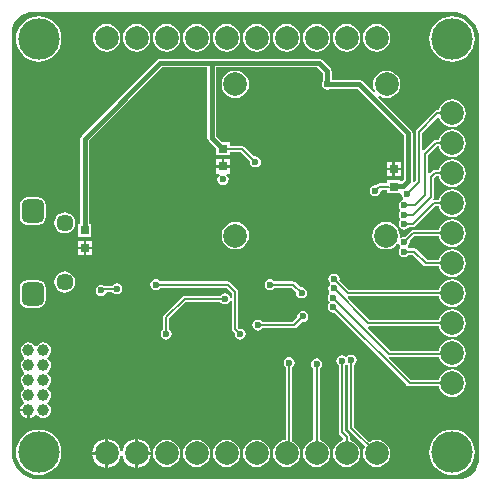
<source format=gbl>
G04*
G04 #@! TF.GenerationSoftware,Altium Limited,Altium Designer,19.1.6 (110)*
G04*
G04 Layer_Physical_Order=2*
G04 Layer_Color=16711680*
%FSLAX25Y25*%
%MOIN*%
G70*
G01*
G75*
%ADD12C,0.00787*%
%ADD39R,0.03150X0.03150*%
%ADD48C,0.01575*%
G04:AMPARAMS|DCode=50|XSize=78.74mil|YSize=74.8mil|CornerRadius=18.7mil|HoleSize=0mil|Usage=FLASHONLY|Rotation=270.000|XOffset=0mil|YOffset=0mil|HoleType=Round|Shape=RoundedRectangle|*
%AMROUNDEDRECTD50*
21,1,0.07874,0.03740,0,0,270.0*
21,1,0.04134,0.07480,0,0,270.0*
1,1,0.03740,-0.01870,-0.02067*
1,1,0.03740,-0.01870,0.02067*
1,1,0.03740,0.01870,0.02067*
1,1,0.03740,0.01870,-0.02067*
%
%ADD50ROUNDEDRECTD50*%
%ADD51C,0.05709*%
%ADD52C,0.07874*%
%ADD53C,0.13780*%
%ADD54C,0.03937*%
%ADD55C,0.02362*%
G36*
X149395Y156474D02*
X151085Y155961D01*
X152643Y155129D01*
X154008Y154008D01*
X155129Y152643D01*
X155961Y151085D01*
X156474Y149395D01*
X156644Y147670D01*
X156637Y147638D01*
Y8370D01*
X156637Y7874D01*
X156590Y7397D01*
X156502Y6502D01*
X156102Y5183D01*
X155452Y3968D01*
X154578Y2902D01*
X153513Y2028D01*
X152297Y1378D01*
X150978Y978D01*
X149607Y843D01*
X149606Y843D01*
X9843D01*
X9810Y837D01*
X8085Y1006D01*
X6395Y1519D01*
X4837Y2352D01*
X3472Y3472D01*
X2352Y4837D01*
X1519Y6395D01*
X1006Y8085D01*
X837Y9810D01*
X843Y9843D01*
X843Y149606D01*
X843Y149607D01*
X978Y150978D01*
X1378Y152297D01*
X2028Y153513D01*
X2902Y154578D01*
X3968Y155452D01*
X5183Y156102D01*
X6502Y156502D01*
X7390Y156590D01*
X7874Y156637D01*
X7874Y156637D01*
X8367Y156637D01*
X147638D01*
X147670Y156644D01*
X149395Y156474D01*
D02*
G37*
%LPC*%
G36*
X122461Y152638D02*
X121268Y152481D01*
X120158Y152021D01*
X119203Y151289D01*
X118471Y150335D01*
X118011Y149224D01*
X117854Y148031D01*
X118011Y146839D01*
X118471Y145728D01*
X119203Y144774D01*
X120158Y144042D01*
X121268Y143582D01*
X122461Y143425D01*
X123653Y143582D01*
X124764Y144042D01*
X125718Y144774D01*
X126450Y145728D01*
X126910Y146839D01*
X127067Y148031D01*
X126910Y149224D01*
X126450Y150335D01*
X125718Y151289D01*
X124764Y152021D01*
X123653Y152481D01*
X122461Y152638D01*
D02*
G37*
G36*
X112461D02*
X111268Y152481D01*
X110158Y152021D01*
X109204Y151289D01*
X108471Y150335D01*
X108011Y149224D01*
X107854Y148031D01*
X108011Y146839D01*
X108471Y145728D01*
X109204Y144774D01*
X110158Y144042D01*
X111268Y143582D01*
X112461Y143425D01*
X113653Y143582D01*
X114764Y144042D01*
X115718Y144774D01*
X116450Y145728D01*
X116910Y146839D01*
X117067Y148031D01*
X116910Y149224D01*
X116450Y150335D01*
X115718Y151289D01*
X114764Y152021D01*
X113653Y152481D01*
X112461Y152638D01*
D02*
G37*
G36*
X102461D02*
X101268Y152481D01*
X100157Y152021D01*
X99203Y151289D01*
X98471Y150335D01*
X98011Y149224D01*
X97854Y148031D01*
X98011Y146839D01*
X98471Y145728D01*
X99203Y144774D01*
X100157Y144042D01*
X101268Y143582D01*
X102461Y143425D01*
X103653Y143582D01*
X104764Y144042D01*
X105718Y144774D01*
X106450Y145728D01*
X106910Y146839D01*
X107067Y148031D01*
X106910Y149224D01*
X106450Y150335D01*
X105718Y151289D01*
X104764Y152021D01*
X103653Y152481D01*
X102461Y152638D01*
D02*
G37*
G36*
X92461D02*
X91268Y152481D01*
X90158Y152021D01*
X89204Y151289D01*
X88471Y150335D01*
X88011Y149224D01*
X87854Y148031D01*
X88011Y146839D01*
X88471Y145728D01*
X89204Y144774D01*
X90158Y144042D01*
X91268Y143582D01*
X92461Y143425D01*
X93653Y143582D01*
X94764Y144042D01*
X95718Y144774D01*
X96450Y145728D01*
X96910Y146839D01*
X97067Y148031D01*
X96910Y149224D01*
X96450Y150335D01*
X95718Y151289D01*
X94764Y152021D01*
X93653Y152481D01*
X92461Y152638D01*
D02*
G37*
G36*
X82461D02*
X81268Y152481D01*
X80158Y152021D01*
X79203Y151289D01*
X78471Y150335D01*
X78011Y149224D01*
X77854Y148031D01*
X78011Y146839D01*
X78471Y145728D01*
X79203Y144774D01*
X80158Y144042D01*
X81268Y143582D01*
X82461Y143425D01*
X83653Y143582D01*
X84764Y144042D01*
X85718Y144774D01*
X86450Y145728D01*
X86910Y146839D01*
X87067Y148031D01*
X86910Y149224D01*
X86450Y150335D01*
X85718Y151289D01*
X84764Y152021D01*
X83653Y152481D01*
X82461Y152638D01*
D02*
G37*
G36*
X72461D02*
X71268Y152481D01*
X70157Y152021D01*
X69204Y151289D01*
X68471Y150335D01*
X68011Y149224D01*
X67854Y148031D01*
X68011Y146839D01*
X68471Y145728D01*
X69204Y144774D01*
X70157Y144042D01*
X71268Y143582D01*
X72461Y143425D01*
X73653Y143582D01*
X74764Y144042D01*
X75718Y144774D01*
X76450Y145728D01*
X76910Y146839D01*
X77067Y148031D01*
X76910Y149224D01*
X76450Y150335D01*
X75718Y151289D01*
X74764Y152021D01*
X73653Y152481D01*
X72461Y152638D01*
D02*
G37*
G36*
X62461D02*
X61268Y152481D01*
X60158Y152021D01*
X59203Y151289D01*
X58471Y150335D01*
X58011Y149224D01*
X57854Y148031D01*
X58011Y146839D01*
X58471Y145728D01*
X59203Y144774D01*
X60158Y144042D01*
X61268Y143582D01*
X62461Y143425D01*
X63653Y143582D01*
X64764Y144042D01*
X65718Y144774D01*
X66450Y145728D01*
X66910Y146839D01*
X67067Y148031D01*
X66910Y149224D01*
X66450Y150335D01*
X65718Y151289D01*
X64764Y152021D01*
X63653Y152481D01*
X62461Y152638D01*
D02*
G37*
G36*
X52461D02*
X51268Y152481D01*
X50157Y152021D01*
X49204Y151289D01*
X48471Y150335D01*
X48011Y149224D01*
X47854Y148031D01*
X48011Y146839D01*
X48471Y145728D01*
X49204Y144774D01*
X50157Y144042D01*
X51268Y143582D01*
X52461Y143425D01*
X53653Y143582D01*
X54764Y144042D01*
X55718Y144774D01*
X56450Y145728D01*
X56910Y146839D01*
X57067Y148031D01*
X56910Y149224D01*
X56450Y150335D01*
X55718Y151289D01*
X54764Y152021D01*
X53653Y152481D01*
X52461Y152638D01*
D02*
G37*
G36*
X42461D02*
X41268Y152481D01*
X40157Y152021D01*
X39204Y151289D01*
X38471Y150335D01*
X38011Y149224D01*
X37854Y148031D01*
X38011Y146839D01*
X38471Y145728D01*
X39204Y144774D01*
X40157Y144042D01*
X41268Y143582D01*
X42461Y143425D01*
X43653Y143582D01*
X44764Y144042D01*
X45718Y144774D01*
X46450Y145728D01*
X46910Y146839D01*
X47067Y148031D01*
X46910Y149224D01*
X46450Y150335D01*
X45718Y151289D01*
X44764Y152021D01*
X43653Y152481D01*
X42461Y152638D01*
D02*
G37*
G36*
X32461D02*
X31268Y152481D01*
X30158Y152021D01*
X29204Y151289D01*
X28471Y150335D01*
X28011Y149224D01*
X27854Y148031D01*
X28011Y146839D01*
X28471Y145728D01*
X29204Y144774D01*
X30158Y144042D01*
X31268Y143582D01*
X32461Y143425D01*
X33653Y143582D01*
X34764Y144042D01*
X35718Y144774D01*
X36450Y145728D01*
X36910Y146839D01*
X37067Y148031D01*
X36910Y149224D01*
X36450Y150335D01*
X35718Y151289D01*
X34764Y152021D01*
X33653Y152481D01*
X32461Y152638D01*
D02*
G37*
G36*
X147638Y155194D02*
X146164Y155049D01*
X144746Y154619D01*
X143440Y153920D01*
X142295Y152981D01*
X141355Y151836D01*
X140657Y150529D01*
X140227Y149112D01*
X140082Y147638D01*
X140227Y146164D01*
X140657Y144746D01*
X141355Y143440D01*
X142295Y142295D01*
X143440Y141355D01*
X144746Y140657D01*
X146164Y140227D01*
X147638Y140082D01*
X149112Y140227D01*
X150529Y140657D01*
X151836Y141355D01*
X152981Y142295D01*
X153920Y143440D01*
X154619Y144746D01*
X155049Y146164D01*
X155194Y147638D01*
X155049Y149112D01*
X154619Y150529D01*
X153920Y151836D01*
X152981Y152981D01*
X151836Y153920D01*
X150529Y154619D01*
X149112Y155049D01*
X147638Y155194D01*
D02*
G37*
G36*
X9843D02*
X8368Y155049D01*
X6951Y154619D01*
X5645Y153920D01*
X4500Y152981D01*
X3560Y151836D01*
X2862Y150529D01*
X2432Y149112D01*
X2286Y147638D01*
X2432Y146164D01*
X2862Y144746D01*
X3560Y143440D01*
X4500Y142295D01*
X5645Y141355D01*
X6951Y140657D01*
X8368Y140227D01*
X9843Y140082D01*
X11317Y140227D01*
X12734Y140657D01*
X14040Y141355D01*
X15186Y142295D01*
X16125Y143440D01*
X16823Y144746D01*
X17253Y146164D01*
X17399Y147638D01*
X17253Y149112D01*
X16823Y150529D01*
X16125Y151836D01*
X15186Y152981D01*
X14040Y153920D01*
X12734Y154619D01*
X11317Y155049D01*
X9843Y155194D01*
D02*
G37*
G36*
X103347Y141012D02*
X50394D01*
X49841Y140902D01*
X49372Y140589D01*
X24175Y115392D01*
X23862Y114923D01*
X23752Y114370D01*
Y86063D01*
X22992D01*
Y81653D01*
X27402D01*
Y86063D01*
X26642D01*
Y113771D01*
X50992Y138122D01*
X66075D01*
Y114764D01*
X66185Y114211D01*
X66498Y113742D01*
X69055Y111185D01*
Y108819D01*
X73465D01*
Y109980D01*
X77127D01*
X80269Y106838D01*
X80240Y106693D01*
X80381Y105986D01*
X80781Y105387D01*
X81380Y104987D01*
X82087Y104846D01*
X82793Y104987D01*
X83392Y105387D01*
X83793Y105986D01*
X83933Y106693D01*
X83793Y107399D01*
X83392Y107999D01*
X82793Y108399D01*
X82087Y108539D01*
X81613Y108445D01*
X78297Y111762D01*
X77959Y111988D01*
X77559Y112067D01*
X77559Y112067D01*
X73465D01*
Y113228D01*
X71099D01*
X68965Y115362D01*
Y138122D01*
X102748D01*
X104657Y136212D01*
Y133577D01*
X104396Y133187D01*
X104256Y132480D01*
X104396Y131774D01*
X104797Y131175D01*
X105396Y130774D01*
X106102Y130634D01*
X106809Y130774D01*
X107199Y131035D01*
X116134D01*
X131626Y115543D01*
Y100992D01*
X130854Y100221D01*
X130354Y100428D01*
Y100630D01*
X125945D01*
Y99469D01*
X123425D01*
X123425Y99469D01*
X123026Y99389D01*
X122687Y99163D01*
X122356Y98832D01*
X122047Y98894D01*
X121340Y98753D01*
X120741Y98353D01*
X120341Y97754D01*
X120201Y97047D01*
X120341Y96340D01*
X120741Y95741D01*
X121340Y95341D01*
X122047Y95201D01*
X122754Y95341D01*
X123353Y95741D01*
X123753Y96340D01*
X123893Y97047D01*
X124337Y97382D01*
X125945D01*
Y96220D01*
X130194D01*
X130596Y95897D01*
X130639Y95838D01*
X130774Y95160D01*
X131175Y94560D01*
X131384Y94421D01*
X131278Y93890D01*
X130986Y93832D01*
X130387Y93432D01*
X129987Y92833D01*
X129846Y92126D01*
X129987Y91419D01*
X130358Y90864D01*
X130416Y90701D01*
Y90301D01*
X130387Y90282D01*
X129987Y89683D01*
X129846Y88976D01*
X129987Y88270D01*
X130387Y87670D01*
X130416Y87651D01*
Y87151D01*
X130387Y87132D01*
X129987Y86533D01*
X129846Y85827D01*
X129987Y85120D01*
X130387Y84521D01*
X130986Y84121D01*
X131693Y83980D01*
X132399Y84121D01*
X132998Y84521D01*
X133173Y84783D01*
X134645D01*
X134645Y84783D01*
X135045Y84862D01*
X135383Y85089D01*
X142086Y91791D01*
X143169D01*
X143188Y91642D01*
X143649Y90531D01*
X144381Y89578D01*
X145335Y88845D01*
X146446Y88385D01*
X147638Y88228D01*
X148830Y88385D01*
X149941Y88845D01*
X150895Y89578D01*
X151627Y90531D01*
X152087Y91642D01*
X152244Y92835D01*
X152087Y94027D01*
X151627Y95138D01*
X150895Y96092D01*
X149941Y96824D01*
X148830Y97284D01*
X147638Y97441D01*
X146446Y97284D01*
X145335Y96824D01*
X144381Y96092D01*
X143649Y95138D01*
X143188Y94027D01*
X143169Y93878D01*
X141713D01*
X141581Y94024D01*
X141421Y94342D01*
X141515Y94482D01*
X141595Y94882D01*
X141595Y94882D01*
Y101143D01*
X142243Y101791D01*
X143169D01*
X143188Y101642D01*
X143649Y100531D01*
X144381Y99577D01*
X145335Y98845D01*
X146446Y98385D01*
X147638Y98228D01*
X148830Y98385D01*
X149941Y98845D01*
X150895Y99577D01*
X151627Y100531D01*
X152087Y101642D01*
X152244Y102835D01*
X152087Y104027D01*
X151627Y105138D01*
X150895Y106092D01*
X149941Y106824D01*
X148830Y107284D01*
X147638Y107441D01*
X146446Y107284D01*
X145335Y106824D01*
X144381Y106092D01*
X143649Y105138D01*
X143188Y104027D01*
X143169Y103878D01*
X141811D01*
X141412Y103799D01*
X141073Y103573D01*
X141073Y103573D01*
X140126Y102626D01*
X139626Y102833D01*
Y108820D01*
X142598Y111791D01*
X143169D01*
X143188Y111642D01*
X143649Y110531D01*
X144381Y109578D01*
X145335Y108845D01*
X146446Y108385D01*
X147638Y108228D01*
X148830Y108385D01*
X149941Y108845D01*
X150895Y109578D01*
X151627Y110531D01*
X152087Y111642D01*
X152244Y112835D01*
X152087Y114027D01*
X151627Y115138D01*
X150895Y116092D01*
X149941Y116824D01*
X148830Y117284D01*
X147638Y117441D01*
X146446Y117284D01*
X145335Y116824D01*
X144381Y116092D01*
X143649Y115138D01*
X143188Y114027D01*
X143169Y113878D01*
X142165D01*
X141766Y113799D01*
X141427Y113573D01*
X141427Y113573D01*
X138197Y110343D01*
X137697Y110550D01*
Y115120D01*
X137697Y115120D01*
X137658Y115318D01*
Y116300D01*
X142751Y121393D01*
X143340Y121275D01*
X143649Y120531D01*
X144381Y119578D01*
X145335Y118845D01*
X146446Y118385D01*
X147638Y118228D01*
X148830Y118385D01*
X149941Y118845D01*
X150895Y119578D01*
X151627Y120531D01*
X152087Y121642D01*
X152244Y122835D01*
X152087Y124027D01*
X151627Y125138D01*
X150895Y126092D01*
X149941Y126824D01*
X148830Y127284D01*
X147638Y127441D01*
X146446Y127284D01*
X145335Y126824D01*
X144381Y126092D01*
X143649Y125138D01*
X143188Y124027D01*
X143169Y123878D01*
X142717D01*
X142317Y123799D01*
X141979Y123573D01*
X141979Y123573D01*
X135876Y117470D01*
X135650Y117132D01*
X135571Y116732D01*
X135571Y116732D01*
Y115160D01*
X135571Y115160D01*
X135610Y114962D01*
Y100472D01*
X134900Y99762D01*
X134439Y100008D01*
X134516Y100394D01*
Y116142D01*
X134406Y116695D01*
X134093Y117164D01*
X123102Y128154D01*
X123433Y128531D01*
X123484Y128491D01*
X124595Y128031D01*
X125787Y127874D01*
X126980Y128031D01*
X128091Y128491D01*
X129045Y129223D01*
X129777Y130177D01*
X130237Y131288D01*
X130394Y132480D01*
X130237Y133672D01*
X129777Y134783D01*
X129045Y135738D01*
X128091Y136469D01*
X126980Y136930D01*
X125787Y137087D01*
X124595Y136930D01*
X123484Y136469D01*
X122530Y135738D01*
X121798Y134783D01*
X121338Y133672D01*
X121181Y132480D01*
X121338Y131288D01*
X121798Y130177D01*
X121838Y130126D01*
X121461Y129795D01*
X117754Y133502D01*
X117285Y133815D01*
X116732Y133925D01*
X107547D01*
Y136811D01*
X107437Y137364D01*
X107124Y137833D01*
X104368Y140589D01*
X103900Y140902D01*
X103347Y141012D01*
D02*
G37*
G36*
X75394Y137087D02*
X74202Y136930D01*
X73090Y136469D01*
X72136Y135738D01*
X71404Y134783D01*
X70944Y133672D01*
X70787Y132480D01*
X70944Y131288D01*
X71404Y130177D01*
X72136Y129223D01*
X73090Y128491D01*
X74202Y128031D01*
X75394Y127874D01*
X76586Y128031D01*
X77697Y128491D01*
X78651Y129223D01*
X79383Y130177D01*
X79843Y131288D01*
X80000Y132480D01*
X79843Y133672D01*
X79383Y134783D01*
X78651Y135738D01*
X77697Y136469D01*
X76586Y136930D01*
X75394Y137087D01*
D02*
G37*
G36*
X73622Y107480D02*
X71653D01*
Y105512D01*
X73622D01*
Y107480D01*
D02*
G37*
G36*
X70866D02*
X68898D01*
Y105512D01*
X70866D01*
Y107480D01*
D02*
G37*
G36*
X130512Y106693D02*
X128543D01*
Y104724D01*
X130512D01*
Y106693D01*
D02*
G37*
G36*
X127756D02*
X125787D01*
Y104724D01*
X127756D01*
Y106693D01*
D02*
G37*
G36*
X130512Y103937D02*
X128543D01*
Y101969D01*
X130512D01*
Y103937D01*
D02*
G37*
G36*
X127756D02*
X125787D01*
Y101969D01*
X127756D01*
Y103937D01*
D02*
G37*
G36*
X73622Y104724D02*
X71260D01*
X68898D01*
Y102756D01*
X70046D01*
X70198Y102256D01*
X69954Y102093D01*
X69554Y101494D01*
X69413Y100787D01*
X69554Y100081D01*
X69954Y99482D01*
X70553Y99081D01*
X71260Y98941D01*
X71966Y99081D01*
X72566Y99482D01*
X72966Y100081D01*
X73106Y100787D01*
X72966Y101494D01*
X72566Y102093D01*
X72322Y102256D01*
X72474Y102756D01*
X73622D01*
Y104724D01*
D02*
G37*
G36*
X9744Y94842D02*
X6004D01*
X5029Y94648D01*
X4202Y94095D01*
X3649Y93268D01*
X3455Y92293D01*
Y88159D01*
X3649Y87183D01*
X4202Y86356D01*
X5029Y85804D01*
X6004Y85610D01*
X9744D01*
X10719Y85804D01*
X11547Y86356D01*
X12099Y87183D01*
X12293Y88159D01*
Y92293D01*
X12099Y93268D01*
X11547Y94095D01*
X10719Y94648D01*
X9744Y94842D01*
D02*
G37*
G36*
X147638Y87441D02*
X146446Y87284D01*
X145335Y86824D01*
X144381Y86092D01*
X143649Y85138D01*
X143188Y84027D01*
X143169Y83878D01*
X134606D01*
X134606Y83878D01*
X134207Y83799D01*
X133868Y83573D01*
X133868Y83573D01*
X132002Y81706D01*
X131693Y81768D01*
X130986Y81627D01*
X130607Y81374D01*
X130141Y81664D01*
X130197Y82087D01*
X130040Y83279D01*
X129580Y84390D01*
X128848Y85344D01*
X127894Y86076D01*
X126783Y86536D01*
X125591Y86693D01*
X124398Y86536D01*
X123287Y86076D01*
X122333Y85344D01*
X121601Y84390D01*
X121141Y83279D01*
X120984Y82087D01*
X121141Y80894D01*
X121601Y79783D01*
X122333Y78829D01*
X123287Y78097D01*
X124398Y77637D01*
X125591Y77480D01*
X126783Y77637D01*
X127894Y78097D01*
X128848Y78829D01*
X129408Y79560D01*
X129943Y79435D01*
X129987Y79215D01*
X130387Y78616D01*
X130420Y78593D01*
Y78171D01*
X130354Y78036D01*
X129969Y77460D01*
X129829Y76754D01*
X129969Y76047D01*
X130369Y75448D01*
X130968Y75048D01*
X131675Y74907D01*
X132382Y75048D01*
X132981Y75448D01*
X133156Y75710D01*
X134625D01*
X138238Y72097D01*
X138238Y72097D01*
X138577Y71870D01*
X138976Y71791D01*
X143169D01*
X143188Y71642D01*
X143649Y70531D01*
X144381Y69577D01*
X145335Y68845D01*
X146446Y68385D01*
X147638Y68228D01*
X148830Y68385D01*
X149941Y68845D01*
X150895Y69577D01*
X151627Y70531D01*
X152087Y71642D01*
X152244Y72835D01*
X152087Y74027D01*
X151627Y75138D01*
X150895Y76092D01*
X149941Y76824D01*
X148830Y77284D01*
X147638Y77441D01*
X146446Y77284D01*
X145335Y76824D01*
X144381Y76092D01*
X143649Y75138D01*
X143188Y74027D01*
X143169Y73878D01*
X139409D01*
X135795Y77492D01*
X135457Y77718D01*
X135057Y77797D01*
X135057Y77797D01*
X133156D01*
X132981Y78059D01*
X132948Y78082D01*
Y78504D01*
X133014Y78638D01*
X133399Y79215D01*
X133539Y79921D01*
X133478Y80230D01*
X135039Y81791D01*
X143169D01*
X143188Y81642D01*
X143649Y80532D01*
X144381Y79577D01*
X145335Y78845D01*
X146446Y78385D01*
X147638Y78228D01*
X148830Y78385D01*
X149941Y78845D01*
X150895Y79577D01*
X151627Y80532D01*
X152087Y81642D01*
X152244Y82835D01*
X152087Y84027D01*
X151627Y85138D01*
X150895Y86092D01*
X149941Y86824D01*
X148830Y87284D01*
X147638Y87441D01*
D02*
G37*
G36*
X18504Y89803D02*
X17594Y89683D01*
X16747Y89332D01*
X16019Y88774D01*
X15461Y88046D01*
X15109Y87198D01*
X14990Y86289D01*
X15109Y85379D01*
X15461Y84532D01*
X16019Y83804D01*
X16747Y83245D01*
X17594Y82894D01*
X18504Y82775D01*
X19413Y82894D01*
X20261Y83245D01*
X20989Y83804D01*
X21547Y84532D01*
X21899Y85379D01*
X22018Y86289D01*
X21899Y87198D01*
X21547Y88046D01*
X20989Y88774D01*
X20261Y89332D01*
X19413Y89683D01*
X18504Y89803D01*
D02*
G37*
G36*
X27559Y80315D02*
X25591D01*
Y78347D01*
X27559D01*
Y80315D01*
D02*
G37*
G36*
X24803D02*
X22835D01*
Y78347D01*
X24803D01*
Y80315D01*
D02*
G37*
G36*
X75394Y86693D02*
X74202Y86536D01*
X73090Y86076D01*
X72136Y85344D01*
X71404Y84390D01*
X70944Y83279D01*
X70787Y82087D01*
X70944Y80894D01*
X71404Y79783D01*
X72136Y78829D01*
X73090Y78097D01*
X74202Y77637D01*
X75394Y77480D01*
X76586Y77637D01*
X77697Y78097D01*
X78651Y78829D01*
X79383Y79783D01*
X79843Y80894D01*
X80000Y82087D01*
X79843Y83279D01*
X79383Y84390D01*
X78651Y85344D01*
X77697Y86076D01*
X76586Y86536D01*
X75394Y86693D01*
D02*
G37*
G36*
X27559Y77559D02*
X25591D01*
Y75590D01*
X27559D01*
Y77559D01*
D02*
G37*
G36*
X24803D02*
X22835D01*
Y75590D01*
X24803D01*
Y77559D01*
D02*
G37*
G36*
X35827Y66217D02*
X35120Y66076D01*
X34521Y65676D01*
X34346Y65414D01*
X31523D01*
X31415Y65486D01*
X30709Y65626D01*
X30002Y65486D01*
X29403Y65085D01*
X29003Y64486D01*
X28862Y63779D01*
X29003Y63073D01*
X29403Y62474D01*
X30002Y62074D01*
X30709Y61933D01*
X31415Y62074D01*
X32014Y62474D01*
X32415Y63073D01*
X32465Y63326D01*
X34346D01*
X34521Y63064D01*
X35120Y62664D01*
X35827Y62524D01*
X36533Y62664D01*
X37132Y63064D01*
X37533Y63664D01*
X37673Y64370D01*
X37533Y65077D01*
X37132Y65676D01*
X36533Y66076D01*
X35827Y66217D01*
D02*
G37*
G36*
X18504Y70118D02*
X17594Y69998D01*
X16747Y69647D01*
X16019Y69089D01*
X15461Y68361D01*
X15109Y67513D01*
X14990Y66604D01*
X15109Y65694D01*
X15461Y64847D01*
X16019Y64119D01*
X16747Y63560D01*
X17594Y63209D01*
X18504Y63089D01*
X19413Y63209D01*
X20261Y63560D01*
X20989Y64119D01*
X21547Y64847D01*
X21899Y65694D01*
X22018Y66604D01*
X21899Y67513D01*
X21547Y68361D01*
X20989Y69089D01*
X20261Y69647D01*
X19413Y69998D01*
X18504Y70118D01*
D02*
G37*
G36*
X48819Y67594D02*
X48112Y67454D01*
X47513Y67054D01*
X47113Y66455D01*
X46972Y65748D01*
X47113Y65041D01*
X47513Y64442D01*
X48112Y64042D01*
X48819Y63902D01*
X49525Y64042D01*
X50125Y64442D01*
X50300Y64704D01*
X72402D01*
X74153Y62954D01*
Y61700D01*
X73973Y61275D01*
X73973Y61275D01*
Y61275D01*
X73653Y61243D01*
X73645Y61284D01*
X73556Y61730D01*
X73156Y62329D01*
X72557Y62730D01*
X71850Y62870D01*
X71144Y62730D01*
X70545Y62329D01*
X70370Y62067D01*
X58465D01*
X58065Y61988D01*
X57727Y61762D01*
X57727Y61762D01*
X51624Y55659D01*
X51398Y55321D01*
X51319Y54921D01*
X51319Y54921D01*
Y50693D01*
X51056Y50518D01*
X50656Y49919D01*
X50516Y49213D01*
X50656Y48506D01*
X51056Y47907D01*
X51656Y47507D01*
X52362Y47366D01*
X53069Y47507D01*
X53668Y47907D01*
X54068Y48506D01*
X54209Y49213D01*
X54068Y49919D01*
X53668Y50518D01*
X53406Y50693D01*
Y54489D01*
X58897Y59980D01*
X70370D01*
X70545Y59718D01*
X71144Y59318D01*
X71850Y59177D01*
X72557Y59318D01*
X73156Y59718D01*
X73556Y60317D01*
X73645Y60763D01*
X73653Y60804D01*
X73973Y60772D01*
Y60772D01*
X73973Y60772D01*
X74153Y60347D01*
Y50984D01*
X74153Y50984D01*
X74233Y50585D01*
X74459Y50246D01*
X75183Y49522D01*
X75122Y49213D01*
X75263Y48506D01*
X75663Y47907D01*
X76262Y47507D01*
X76968Y47366D01*
X77675Y47507D01*
X78274Y47907D01*
X78674Y48506D01*
X78815Y49213D01*
X78674Y49919D01*
X78274Y50518D01*
X77675Y50919D01*
X76968Y51059D01*
X76660Y50998D01*
X76240Y51417D01*
Y63386D01*
X76240Y63386D01*
X76161Y63785D01*
X75935Y64124D01*
X75935Y64124D01*
X73573Y66486D01*
X73234Y66712D01*
X72835Y66792D01*
X72835Y66792D01*
X50300D01*
X50125Y67054D01*
X49525Y67454D01*
X48819Y67594D01*
D02*
G37*
G36*
X87008D02*
X86301Y67454D01*
X85702Y67054D01*
X85302Y66455D01*
X85161Y65748D01*
X85302Y65041D01*
X85702Y64442D01*
X86301Y64042D01*
X87008Y63902D01*
X87714Y64042D01*
X88314Y64442D01*
X88489Y64704D01*
X94253D01*
X95656Y63301D01*
X95594Y62992D01*
X95735Y62286D01*
X96135Y61686D01*
X96734Y61286D01*
X97441Y61146D01*
X98148Y61286D01*
X98747Y61686D01*
X99147Y62286D01*
X99287Y62992D01*
X99147Y63699D01*
X98747Y64298D01*
X98148Y64698D01*
X97441Y64839D01*
X97132Y64777D01*
X95423Y66486D01*
X95084Y66712D01*
X94685Y66792D01*
X94685Y66792D01*
X88489D01*
X88314Y67054D01*
X87714Y67454D01*
X87008Y67594D01*
D02*
G37*
G36*
X108268Y69366D02*
X107561Y69226D01*
X106962Y68825D01*
X106562Y68226D01*
X106421Y67520D01*
X106562Y66813D01*
X106962Y66214D01*
Y65835D01*
X106848Y65758D01*
X106448Y65159D01*
X106307Y64453D01*
X106448Y63746D01*
X106740Y63308D01*
X106765Y62723D01*
X106365Y62124D01*
X106224Y61417D01*
X106365Y60711D01*
X106765Y60112D01*
X106794Y60093D01*
Y59592D01*
X106765Y59573D01*
X106365Y58974D01*
X106224Y58268D01*
X106365Y57561D01*
X106765Y56962D01*
X107364Y56562D01*
X108071Y56421D01*
X108380Y56483D01*
X132766Y32097D01*
X132766Y32097D01*
X133105Y31870D01*
X133504Y31791D01*
X143169D01*
X143188Y31642D01*
X143649Y30531D01*
X144381Y29577D01*
X145335Y28845D01*
X146446Y28385D01*
X147638Y28228D01*
X148830Y28385D01*
X149941Y28845D01*
X150895Y29577D01*
X151627Y30531D01*
X152087Y31642D01*
X152244Y32835D01*
X152087Y34027D01*
X151627Y35138D01*
X150895Y36092D01*
X149941Y36824D01*
X148830Y37284D01*
X147638Y37441D01*
X146446Y37284D01*
X145335Y36824D01*
X144381Y36092D01*
X143649Y35138D01*
X143188Y34027D01*
X143169Y33878D01*
X133936D01*
X126622Y41193D01*
X126714Y41489D01*
X126849Y41673D01*
X143184D01*
X143188Y41642D01*
X143649Y40532D01*
X144381Y39577D01*
X145335Y38845D01*
X146446Y38385D01*
X147638Y38228D01*
X148830Y38385D01*
X149941Y38845D01*
X150895Y39577D01*
X151627Y40532D01*
X152087Y41642D01*
X152244Y42835D01*
X152087Y44027D01*
X151627Y45138D01*
X150895Y46092D01*
X149941Y46824D01*
X148830Y47284D01*
X147638Y47441D01*
X146446Y47284D01*
X145335Y46824D01*
X144381Y46092D01*
X143649Y45138D01*
X143188Y44027D01*
X143153Y43760D01*
X127204D01*
X119661Y51303D01*
X119712Y51530D01*
X119880Y51791D01*
X143169D01*
X143188Y51642D01*
X143649Y50532D01*
X144381Y49578D01*
X145335Y48845D01*
X146446Y48385D01*
X147638Y48228D01*
X148830Y48385D01*
X149941Y48845D01*
X150895Y49578D01*
X151627Y50532D01*
X152087Y51642D01*
X152244Y52835D01*
X152087Y54027D01*
X151627Y55138D01*
X150895Y56092D01*
X149941Y56824D01*
X148830Y57284D01*
X147638Y57441D01*
X146446Y57284D01*
X145335Y56824D01*
X144381Y56092D01*
X143649Y55138D01*
X143188Y54027D01*
X143169Y53878D01*
X120204D01*
X112763Y61319D01*
X112910Y61686D01*
X112998Y61791D01*
X143169D01*
X143188Y61642D01*
X143649Y60532D01*
X144381Y59578D01*
X145335Y58845D01*
X146446Y58385D01*
X147638Y58228D01*
X148830Y58385D01*
X149941Y58845D01*
X150895Y59578D01*
X151627Y60532D01*
X152087Y61642D01*
X152244Y62835D01*
X152087Y64027D01*
X151627Y65138D01*
X150895Y66092D01*
X149941Y66824D01*
X148830Y67284D01*
X147638Y67441D01*
X146446Y67284D01*
X145335Y66824D01*
X144381Y66092D01*
X143649Y65138D01*
X143188Y64027D01*
X143169Y63878D01*
X113385D01*
X110053Y67211D01*
X110114Y67520D01*
X109974Y68226D01*
X109573Y68825D01*
X108974Y69226D01*
X108268Y69366D01*
D02*
G37*
G36*
X9744Y67283D02*
X6004D01*
X5029Y67089D01*
X4202Y66536D01*
X3649Y65709D01*
X3455Y64734D01*
Y60600D01*
X3649Y59624D01*
X4202Y58797D01*
X5029Y58245D01*
X6004Y58051D01*
X9744D01*
X10719Y58245D01*
X11547Y58797D01*
X12099Y59624D01*
X12293Y60600D01*
Y64734D01*
X12099Y65709D01*
X11547Y66536D01*
X10719Y67089D01*
X9744Y67283D01*
D02*
G37*
G36*
X97835Y56965D02*
X97128Y56824D01*
X96529Y56424D01*
X96129Y55825D01*
X95988Y55118D01*
X96050Y54809D01*
X94450Y53209D01*
X84355D01*
X84180Y53471D01*
X83581Y53871D01*
X82874Y54012D01*
X82167Y53871D01*
X81568Y53471D01*
X81168Y52872D01*
X81028Y52165D01*
X81168Y51459D01*
X81568Y50860D01*
X82167Y50459D01*
X82874Y50319D01*
X83581Y50459D01*
X84180Y50860D01*
X84355Y51122D01*
X94882D01*
X94882Y51122D01*
X95281Y51201D01*
X95620Y51427D01*
X97526Y53333D01*
X97835Y53272D01*
X98541Y53412D01*
X99140Y53812D01*
X99541Y54412D01*
X99681Y55118D01*
X99541Y55825D01*
X99140Y56424D01*
X98541Y56824D01*
X97835Y56965D01*
D02*
G37*
G36*
X11417Y46479D02*
X10739Y46390D01*
X10107Y46128D01*
X9564Y45711D01*
X9200Y45237D01*
X8917Y45199D01*
X8635Y45237D01*
X8270Y45711D01*
X7728Y46128D01*
X7096Y46390D01*
X6417Y46479D01*
X5739Y46390D01*
X5107Y46128D01*
X4564Y45711D01*
X4148Y45169D01*
X3886Y44537D01*
X3796Y43858D01*
X3886Y43180D01*
X4148Y42548D01*
X4564Y42005D01*
X5039Y41641D01*
X5076Y41358D01*
X5039Y41076D01*
X4564Y40712D01*
X4148Y40169D01*
X3886Y39537D01*
X3796Y38858D01*
X3886Y38180D01*
X4148Y37548D01*
X4564Y37005D01*
X5039Y36641D01*
X5076Y36358D01*
X5039Y36076D01*
X4564Y35712D01*
X4148Y35169D01*
X3886Y34537D01*
X3796Y33858D01*
X3886Y33180D01*
X4148Y32548D01*
X4564Y32005D01*
X5039Y31641D01*
X5076Y31358D01*
X5039Y31076D01*
X4564Y30711D01*
X4148Y30169D01*
X3886Y29537D01*
X3796Y28858D01*
X3886Y28180D01*
X4148Y27548D01*
X4564Y27005D01*
X4894Y26752D01*
X4930Y26623D01*
X4899Y26184D01*
X4885Y26157D01*
X4452Y25824D01*
X4010Y25248D01*
X3732Y24578D01*
X3689Y24252D01*
X6417D01*
Y23858D01*
X6811D01*
Y21130D01*
X7137Y21173D01*
X7807Y21451D01*
X8383Y21893D01*
X8716Y22327D01*
X8743Y22340D01*
X9182Y22371D01*
X9311Y22335D01*
X9564Y22005D01*
X10107Y21589D01*
X10739Y21327D01*
X11417Y21237D01*
X12096Y21327D01*
X12728Y21589D01*
X13271Y22005D01*
X13687Y22548D01*
X13949Y23180D01*
X14038Y23858D01*
X13949Y24537D01*
X13687Y25169D01*
X13271Y25712D01*
X12796Y26076D01*
X12758Y26358D01*
X12796Y26641D01*
X13271Y27005D01*
X13687Y27548D01*
X13949Y28180D01*
X14038Y28858D01*
X13949Y29537D01*
X13687Y30169D01*
X13271Y30711D01*
X12796Y31076D01*
X12758Y31358D01*
X12796Y31641D01*
X13271Y32005D01*
X13687Y32548D01*
X13949Y33180D01*
X14038Y33858D01*
X13949Y34537D01*
X13687Y35169D01*
X13271Y35712D01*
X12796Y36076D01*
X12758Y36358D01*
X12796Y36641D01*
X13271Y37005D01*
X13687Y37548D01*
X13949Y38180D01*
X14038Y38858D01*
X13949Y39537D01*
X13687Y40169D01*
X13271Y40712D01*
X12796Y41076D01*
X12758Y41358D01*
X12796Y41641D01*
X13271Y42005D01*
X13687Y42548D01*
X13949Y43180D01*
X14038Y43858D01*
X13949Y44537D01*
X13687Y45169D01*
X13271Y45711D01*
X12728Y46128D01*
X12096Y46390D01*
X11417Y46479D01*
D02*
G37*
G36*
X113976Y42398D02*
X113270Y42257D01*
X112671Y41857D01*
X112539Y41660D01*
X112132D01*
X111533Y42060D01*
X110827Y42201D01*
X110120Y42060D01*
X109521Y41660D01*
X109121Y41061D01*
X108980Y40354D01*
X109121Y39648D01*
X109521Y39049D01*
X109783Y38874D01*
Y16732D01*
X109783Y16732D01*
X109862Y16333D01*
X110089Y15994D01*
X111417Y14666D01*
Y13918D01*
X111268Y13898D01*
X110158Y13438D01*
X109204Y12706D01*
X108471Y11752D01*
X108011Y10641D01*
X107854Y9449D01*
X108011Y8257D01*
X108471Y7146D01*
X109204Y6192D01*
X110158Y5460D01*
X111268Y4999D01*
X112461Y4843D01*
X113653Y4999D01*
X114764Y5460D01*
X115718Y6192D01*
X116450Y7146D01*
X116910Y8257D01*
X117067Y9449D01*
X116910Y10641D01*
X116450Y11752D01*
X115718Y12706D01*
X114764Y13438D01*
X113653Y13898D01*
X113504Y13918D01*
Y15098D01*
X113504Y15098D01*
X113425Y15498D01*
X113199Y15836D01*
X113199Y15836D01*
X111870Y17165D01*
Y38874D01*
X112132Y39049D01*
X112700Y39068D01*
X112933Y38854D01*
Y17933D01*
X112933Y17933D01*
X113012Y17534D01*
X113238Y17195D01*
X118563Y11871D01*
X118471Y11752D01*
X118011Y10641D01*
X117854Y9449D01*
X118011Y8257D01*
X118471Y7146D01*
X119203Y6192D01*
X120158Y5460D01*
X121268Y4999D01*
X122461Y4843D01*
X123653Y4999D01*
X124764Y5460D01*
X125718Y6192D01*
X126450Y7146D01*
X126910Y8257D01*
X127067Y9449D01*
X126910Y10641D01*
X126450Y11752D01*
X125718Y12706D01*
X124764Y13438D01*
X123653Y13898D01*
X122461Y14055D01*
X121268Y13898D01*
X120158Y13438D01*
X120039Y13347D01*
X115020Y18365D01*
Y39070D01*
X115282Y39246D01*
X115682Y39845D01*
X115823Y40551D01*
X115682Y41258D01*
X115282Y41857D01*
X114683Y42257D01*
X113976Y42398D01*
D02*
G37*
G36*
X6024Y23465D02*
X3689D01*
X3732Y23139D01*
X4010Y22468D01*
X4452Y21893D01*
X5028Y21451D01*
X5698Y21173D01*
X6024Y21130D01*
Y23465D01*
D02*
G37*
G36*
X42854Y14162D02*
Y9843D01*
X47174D01*
X47063Y10682D01*
X46587Y11831D01*
X45830Y12818D01*
X44843Y13576D01*
X43694Y14052D01*
X42854Y14162D01*
D02*
G37*
G36*
X32067D02*
X31227Y14052D01*
X30078Y13576D01*
X29091Y12818D01*
X28334Y11831D01*
X27858Y10682D01*
X27747Y9843D01*
X32067D01*
Y14162D01*
D02*
G37*
G36*
X102461Y41118D02*
X101754Y40978D01*
X101155Y40577D01*
X100755Y39978D01*
X100614Y39272D01*
X100755Y38565D01*
X101155Y37966D01*
X101417Y37791D01*
Y13918D01*
X101268Y13898D01*
X100157Y13438D01*
X99203Y12706D01*
X98471Y11752D01*
X98011Y10641D01*
X97854Y9449D01*
X98011Y8257D01*
X98471Y7146D01*
X99203Y6192D01*
X100157Y5460D01*
X101268Y4999D01*
X102461Y4843D01*
X103653Y4999D01*
X104764Y5460D01*
X105718Y6192D01*
X106450Y7146D01*
X106910Y8257D01*
X107067Y9449D01*
X106910Y10641D01*
X106450Y11752D01*
X105718Y12706D01*
X104764Y13438D01*
X103653Y13898D01*
X103504Y13918D01*
Y37791D01*
X103766Y37966D01*
X104167Y38565D01*
X104307Y39272D01*
X104167Y39978D01*
X103766Y40577D01*
X103167Y40978D01*
X102461Y41118D01*
D02*
G37*
G36*
X93307Y41610D02*
X92601Y41470D01*
X92001Y41069D01*
X91601Y40470D01*
X91461Y39764D01*
X91601Y39057D01*
X92001Y38458D01*
X92263Y38283D01*
Y14029D01*
X91268Y13898D01*
X90158Y13438D01*
X89204Y12706D01*
X88471Y11752D01*
X88011Y10641D01*
X87854Y9449D01*
X88011Y8257D01*
X88471Y7146D01*
X89204Y6192D01*
X90158Y5460D01*
X91268Y4999D01*
X92461Y4843D01*
X93653Y4999D01*
X94764Y5460D01*
X95718Y6192D01*
X96450Y7146D01*
X96910Y8257D01*
X97067Y9449D01*
X96910Y10641D01*
X96450Y11752D01*
X95718Y12706D01*
X94764Y13438D01*
X94351Y13609D01*
Y38283D01*
X94613Y38458D01*
X95013Y39057D01*
X95154Y39764D01*
X95013Y40470D01*
X94613Y41069D01*
X94014Y41470D01*
X93307Y41610D01*
D02*
G37*
G36*
X82461Y14055D02*
X81268Y13898D01*
X80158Y13438D01*
X79203Y12706D01*
X78471Y11752D01*
X78011Y10641D01*
X77854Y9449D01*
X78011Y8257D01*
X78471Y7146D01*
X79203Y6192D01*
X80158Y5460D01*
X81268Y4999D01*
X82461Y4843D01*
X83653Y4999D01*
X84764Y5460D01*
X85718Y6192D01*
X86450Y7146D01*
X86910Y8257D01*
X87067Y9449D01*
X86910Y10641D01*
X86450Y11752D01*
X85718Y12706D01*
X84764Y13438D01*
X83653Y13898D01*
X82461Y14055D01*
D02*
G37*
G36*
X72461D02*
X71268Y13898D01*
X70157Y13438D01*
X69204Y12706D01*
X68471Y11752D01*
X68011Y10641D01*
X67854Y9449D01*
X68011Y8257D01*
X68471Y7146D01*
X69204Y6192D01*
X70157Y5460D01*
X71268Y4999D01*
X72461Y4843D01*
X73653Y4999D01*
X74764Y5460D01*
X75718Y6192D01*
X76450Y7146D01*
X76910Y8257D01*
X77067Y9449D01*
X76910Y10641D01*
X76450Y11752D01*
X75718Y12706D01*
X74764Y13438D01*
X73653Y13898D01*
X72461Y14055D01*
D02*
G37*
G36*
X62461D02*
X61268Y13898D01*
X60158Y13438D01*
X59203Y12706D01*
X58471Y11752D01*
X58011Y10641D01*
X57854Y9449D01*
X58011Y8257D01*
X58471Y7146D01*
X59203Y6192D01*
X60158Y5460D01*
X61268Y4999D01*
X62461Y4843D01*
X63653Y4999D01*
X64764Y5460D01*
X65718Y6192D01*
X66450Y7146D01*
X66910Y8257D01*
X67067Y9449D01*
X66910Y10641D01*
X66450Y11752D01*
X65718Y12706D01*
X64764Y13438D01*
X63653Y13898D01*
X62461Y14055D01*
D02*
G37*
G36*
X52461D02*
X51268Y13898D01*
X50157Y13438D01*
X49204Y12706D01*
X48471Y11752D01*
X48011Y10641D01*
X47854Y9449D01*
X48011Y8257D01*
X48471Y7146D01*
X49204Y6192D01*
X50157Y5460D01*
X51268Y4999D01*
X52461Y4843D01*
X53653Y4999D01*
X54764Y5460D01*
X55718Y6192D01*
X56450Y7146D01*
X56910Y8257D01*
X57067Y9449D01*
X56910Y10641D01*
X56450Y11752D01*
X55718Y12706D01*
X54764Y13438D01*
X53653Y13898D01*
X52461Y14055D01*
D02*
G37*
G36*
X47174Y9055D02*
X42854D01*
Y4735D01*
X43694Y4846D01*
X44843Y5322D01*
X45830Y6079D01*
X46587Y7066D01*
X47063Y8215D01*
X47174Y9055D01*
D02*
G37*
G36*
X32854Y14162D02*
Y9449D01*
Y4735D01*
X33694Y4846D01*
X34843Y5322D01*
X35830Y6079D01*
X36587Y7066D01*
X37063Y8215D01*
X37179Y9093D01*
X37209Y9317D01*
X37713D01*
X37742Y9093D01*
X37858Y8215D01*
X38334Y7066D01*
X39091Y6079D01*
X40078Y5322D01*
X41227Y4846D01*
X42067Y4735D01*
Y9449D01*
Y14162D01*
X41227Y14052D01*
X40078Y13576D01*
X39091Y12818D01*
X38334Y11831D01*
X37858Y10682D01*
X37742Y9805D01*
X37713Y9580D01*
X37209D01*
X37179Y9805D01*
X37063Y10682D01*
X36587Y11831D01*
X35830Y12818D01*
X34843Y13576D01*
X33694Y14052D01*
X32854Y14162D01*
D02*
G37*
G36*
X32067Y9055D02*
X27747D01*
X27858Y8215D01*
X28334Y7066D01*
X29091Y6079D01*
X30078Y5322D01*
X31227Y4846D01*
X32067Y4735D01*
Y9055D01*
D02*
G37*
G36*
X147638Y17399D02*
X146164Y17253D01*
X144746Y16823D01*
X143440Y16125D01*
X142295Y15186D01*
X141355Y14040D01*
X140657Y12734D01*
X140227Y11317D01*
X140082Y9843D01*
X140227Y8368D01*
X140657Y6951D01*
X141355Y5645D01*
X142295Y4500D01*
X143440Y3560D01*
X144746Y2862D01*
X146164Y2432D01*
X147638Y2286D01*
X149112Y2432D01*
X150529Y2862D01*
X151836Y3560D01*
X152981Y4500D01*
X153920Y5645D01*
X154619Y6951D01*
X155049Y8368D01*
X155194Y9843D01*
X155049Y11317D01*
X154619Y12734D01*
X153920Y14040D01*
X152981Y15186D01*
X151836Y16125D01*
X150529Y16823D01*
X149112Y17253D01*
X147638Y17399D01*
D02*
G37*
G36*
X9843D02*
X8368Y17253D01*
X6951Y16823D01*
X5645Y16125D01*
X4500Y15186D01*
X3560Y14040D01*
X2862Y12734D01*
X2432Y11317D01*
X2286Y9843D01*
X2432Y8368D01*
X2862Y6951D01*
X3560Y5645D01*
X4500Y4500D01*
X5645Y3560D01*
X6951Y2862D01*
X8368Y2432D01*
X9843Y2286D01*
X11317Y2432D01*
X12734Y2862D01*
X14040Y3560D01*
X15186Y4500D01*
X16125Y5645D01*
X16823Y6951D01*
X17253Y8368D01*
X17399Y9843D01*
X17253Y11317D01*
X16823Y12734D01*
X16125Y14040D01*
X15186Y15186D01*
X14040Y16125D01*
X12734Y16823D01*
X11317Y17253D01*
X9843Y17399D01*
D02*
G37*
%LPD*%
D12*
X121850Y100197D02*
X125984Y104331D01*
X128150D01*
X123425Y98425D02*
X126772D01*
X122047Y97047D02*
X123425Y98425D01*
X132480Y95866D02*
X136653Y100039D01*
X142717Y122835D02*
X147638D01*
X136614Y116732D02*
X142717Y122835D01*
X136614Y115160D02*
Y116732D01*
X138583Y109252D02*
X142165Y112835D01*
X138583Y95472D02*
Y109252D01*
X142165Y112835D02*
X147638D01*
X110827Y16732D02*
Y40354D01*
Y16732D02*
X112461Y15098D01*
X108268Y67520D02*
X112953Y62835D01*
X147638D01*
X108153Y64453D02*
X108153D01*
X119772Y52835D01*
X147638D01*
X136653Y100039D02*
Y115120D01*
X94882Y52165D02*
X97835Y55118D01*
X75197Y50984D02*
X76968Y49213D01*
X82874Y52165D02*
X94882D01*
X75197Y50984D02*
Y63386D01*
X72835Y65748D02*
X75197Y63386D01*
X48819Y65748D02*
X72835D01*
X30709Y63779D02*
X31299Y64370D01*
X35827D01*
X52362Y49213D02*
Y54921D01*
X52362Y54921D02*
X52362Y54921D01*
X58465Y61024D02*
X71850D01*
X52362Y54921D02*
X58465Y61024D01*
X94685Y65748D02*
X97441Y62992D01*
X87008Y65748D02*
X94685D01*
X77559Y111024D02*
X81890Y106693D01*
X82087D01*
X71260Y111024D02*
X77559D01*
X131693Y92126D02*
X135236D01*
X131693Y88976D02*
X134645D01*
X133504Y32835D02*
X147638D01*
X108071Y58268D02*
X133504Y32835D01*
X108071Y58268D02*
X108071D01*
X113976Y17933D02*
Y40551D01*
X108071Y61417D02*
X126772Y42717D01*
X147520D02*
X147638Y42835D01*
X126772Y42717D02*
X147520D01*
X138976Y72835D02*
X147638D01*
X135057Y76754D02*
X138976Y72835D01*
X131675Y76754D02*
X135057D01*
X134606Y82835D02*
X147638D01*
X131693Y79921D02*
X134606Y82835D01*
X131693Y85827D02*
X134645D01*
X141654Y92835D02*
X147638D01*
X134645Y85827D02*
X141654Y92835D01*
X141811Y102835D02*
X147638D01*
X140551Y101575D02*
X141811Y102835D01*
X140551Y94882D02*
Y101575D01*
X134645Y88976D02*
X140551Y94882D01*
X135236Y92126D02*
X138583Y95472D01*
X136614Y115160D02*
X136653Y115120D01*
X82284Y9626D02*
X82461Y9449D01*
X92461D02*
X93307Y10295D01*
Y39764D01*
X102461Y9449D02*
Y39272D01*
X112461Y9449D02*
Y15098D01*
X113976Y17933D02*
X122461Y9449D01*
X25197Y72638D02*
Y77953D01*
D39*
D03*
Y83858D02*
D03*
X128150Y104331D02*
D03*
Y98425D02*
D03*
X71260Y111024D02*
D03*
Y105118D02*
D03*
D48*
X67520Y139567D02*
X103347D01*
X67520Y114764D02*
Y139567D01*
X103347D02*
X106102Y136811D01*
X25197Y84055D02*
X25394Y83858D01*
X128189Y98465D02*
X131142D01*
X133071Y100394D01*
X128150Y98425D02*
X128189Y98465D01*
X133071Y100394D02*
Y116142D01*
X116732Y132480D02*
X133071Y116142D01*
X25197Y84055D02*
Y114370D01*
X50394Y139567D02*
X67520D01*
Y114764D02*
X71260Y111024D01*
X106102Y132480D02*
X116732D01*
X106102D02*
Y136811D01*
X25197Y114370D02*
X50394Y139567D01*
D50*
X7874Y62667D02*
D03*
Y90226D02*
D03*
D51*
X18504Y66604D02*
D03*
Y86289D02*
D03*
D52*
X147638Y122835D02*
D03*
Y112835D02*
D03*
Y102835D02*
D03*
Y92835D02*
D03*
Y82835D02*
D03*
Y72835D02*
D03*
Y62835D02*
D03*
Y52835D02*
D03*
Y42835D02*
D03*
Y32835D02*
D03*
X32461Y148031D02*
D03*
X42461D02*
D03*
X52461D02*
D03*
X62461D02*
D03*
X72461D02*
D03*
X82461D02*
D03*
X92461D02*
D03*
X102461D02*
D03*
X112461D02*
D03*
X122461D02*
D03*
X75394Y132480D02*
D03*
Y82087D02*
D03*
X125591D02*
D03*
X125787Y132480D02*
D03*
X122461Y9449D02*
D03*
X112461D02*
D03*
X102461D02*
D03*
X92461D02*
D03*
X82461D02*
D03*
X72461D02*
D03*
X62461D02*
D03*
X52461D02*
D03*
X42461D02*
D03*
X32461D02*
D03*
D53*
X9843Y9843D02*
D03*
X147638D02*
D03*
Y147638D02*
D03*
X9843D02*
D03*
D54*
X11417Y23858D02*
D03*
X6417D02*
D03*
X11417Y28858D02*
D03*
X6417D02*
D03*
X11417Y33858D02*
D03*
X6417D02*
D03*
X11417Y38858D02*
D03*
X6417D02*
D03*
Y43858D02*
D03*
X11417D02*
D03*
D55*
X106102Y132480D02*
D03*
X122047Y97047D02*
D03*
X121850Y100197D02*
D03*
X132480Y95866D02*
D03*
X93898Y100787D02*
D03*
Y105118D02*
D03*
Y109449D02*
D03*
Y113779D02*
D03*
X98228Y100787D02*
D03*
Y105118D02*
D03*
Y109449D02*
D03*
Y113779D02*
D03*
X102559Y100787D02*
D03*
Y105118D02*
D03*
Y109449D02*
D03*
Y113779D02*
D03*
X106890Y100787D02*
D03*
Y105118D02*
D03*
Y109449D02*
D03*
Y113779D02*
D03*
X21063Y7677D02*
D03*
X24213D02*
D03*
Y10827D02*
D03*
X21063D02*
D03*
X50197Y35433D02*
D03*
Y38583D02*
D03*
X81890Y47244D02*
D03*
X17323Y16142D02*
D03*
X24016Y68307D02*
D03*
Y65158D02*
D03*
Y62008D02*
D03*
Y59055D02*
D03*
Y55905D02*
D03*
X27165D02*
D03*
Y59055D02*
D03*
Y62008D02*
D03*
Y65158D02*
D03*
Y68307D02*
D03*
X10630Y114173D02*
D03*
X10827Y137008D02*
D03*
X24016Y137598D02*
D03*
X96063Y17520D02*
D03*
X86024D02*
D03*
X90748D02*
D03*
X100000D02*
D03*
X107087D02*
D03*
X118898Y22047D02*
D03*
X53543Y35433D02*
D03*
X56693D02*
D03*
Y38583D02*
D03*
X53543D02*
D03*
Y29134D02*
D03*
X56693D02*
D03*
Y32283D02*
D03*
X53543D02*
D03*
Y25984D02*
D03*
X56693D02*
D03*
Y22835D02*
D03*
X53543D02*
D03*
X72638Y23622D02*
D03*
Y29724D02*
D03*
Y35433D02*
D03*
X71260Y100787D02*
D03*
X110827Y40354D02*
D03*
X108268Y67520D02*
D03*
X108153Y64453D02*
D03*
X97835Y55118D02*
D03*
X76968Y49213D02*
D03*
X82874Y52165D02*
D03*
X48819Y65748D02*
D03*
X30709Y63779D02*
D03*
X35827Y64370D02*
D03*
X52362Y49213D02*
D03*
X71850Y61024D02*
D03*
X25197Y84055D02*
D03*
X66535Y56367D02*
D03*
Y52037D02*
D03*
X62205Y56367D02*
D03*
Y52037D02*
D03*
X97441Y62992D02*
D03*
X87008Y65748D02*
D03*
X82087Y106693D02*
D03*
X131693Y92126D02*
D03*
X131693Y88976D02*
D03*
X113976Y40551D02*
D03*
X108071Y58268D02*
D03*
X108071Y61417D02*
D03*
X131675Y76754D02*
D03*
X131693Y79921D02*
D03*
X131693Y85827D02*
D03*
X93307Y39764D02*
D03*
X102461Y39272D02*
D03*
X25197Y72638D02*
D03*
M02*

</source>
